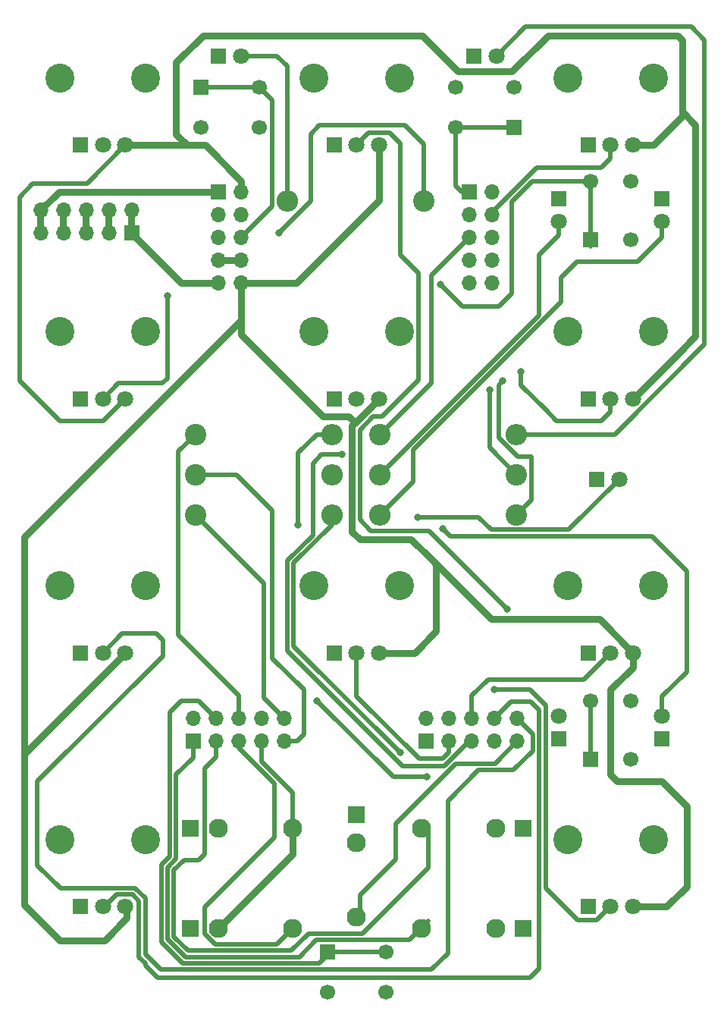
<source format=gbr>
%TF.GenerationSoftware,KiCad,Pcbnew,7.0.1*%
%TF.CreationDate,2023-10-25T20:50:29-07:00*%
%TF.ProjectId,daisy_ampsim_euro_pcb,64616973-795f-4616-9d70-73696d5f6575,rev?*%
%TF.SameCoordinates,Original*%
%TF.FileFunction,Copper,L1,Top*%
%TF.FilePolarity,Positive*%
%FSLAX46Y46*%
G04 Gerber Fmt 4.6, Leading zero omitted, Abs format (unit mm)*
G04 Created by KiCad (PCBNEW 7.0.1) date 2023-10-25 20:50:29*
%MOMM*%
%LPD*%
G01*
G04 APERTURE LIST*
%TA.AperFunction,ComponentPad*%
%ADD10C,2.400000*%
%TD*%
%TA.AperFunction,ComponentPad*%
%ADD11O,2.400000X2.400000*%
%TD*%
%TA.AperFunction,ComponentPad*%
%ADD12R,1.700000X1.700000*%
%TD*%
%TA.AperFunction,ComponentPad*%
%ADD13C,1.700000*%
%TD*%
%TA.AperFunction,ComponentPad*%
%ADD14R,1.800000X1.800000*%
%TD*%
%TA.AperFunction,ComponentPad*%
%ADD15C,1.800000*%
%TD*%
%TA.AperFunction,ComponentPad*%
%ADD16R,1.830000X1.930000*%
%TD*%
%TA.AperFunction,ComponentPad*%
%ADD17C,2.130000*%
%TD*%
%TA.AperFunction,ComponentPad*%
%ADD18C,3.240000*%
%TD*%
%TA.AperFunction,ComponentPad*%
%ADD19R,1.930000X1.830000*%
%TD*%
%TA.AperFunction,ComponentPad*%
%ADD20O,1.700000X1.700000*%
%TD*%
%TA.AperFunction,ViaPad*%
%ADD21C,0.800000*%
%TD*%
%TA.AperFunction,Conductor*%
%ADD22C,0.800000*%
%TD*%
%TA.AperFunction,Conductor*%
%ADD23C,0.500000*%
%TD*%
G04 APERTURE END LIST*
D10*
%TO.P,R1,1*%
%TO.N,A9*%
X87620000Y-63000000D03*
D11*
%TO.P,R1,2*%
%TO.N,Net-(D1-A)*%
X72380000Y-63000000D03*
%TD*%
D12*
%TO.P,SW2,1,1*%
%TO.N,D1*%
X97750000Y-54750000D03*
D13*
X91250000Y-54750000D03*
%TO.P,SW2,2,2*%
%TO.N,GND*%
X97750000Y-50250000D03*
X91250000Y-50250000D03*
%TD*%
D10*
%TO.P,R2,1*%
%TO.N,D3*%
X82750000Y-89000000D03*
D11*
%TO.P,R2,2*%
%TO.N,Net-(D2-A)*%
X97990000Y-89000000D03*
%TD*%
D14*
%TO.P,D7,1,K*%
%TO.N,GND*%
X102750000Y-123025000D03*
D15*
%TO.P,D7,2,A*%
%TO.N,Net-(D7-A)*%
X102750000Y-120485000D03*
%TD*%
D12*
%TO.P,SW1,1,1*%
%TO.N,A8*%
X62750000Y-50250000D03*
D13*
X69250000Y-50250000D03*
%TO.P,SW1,2,2*%
%TO.N,GND*%
X62750000Y-54750000D03*
X69250000Y-54750000D03*
%TD*%
D16*
%TO.P,J1,S*%
%TO.N,GND*%
X61600000Y-133000000D03*
D17*
%TO.P,J1,T*%
%TO.N,AUDIO_IN_LEFT*%
X73000000Y-133000000D03*
%TO.P,J1,TN*%
%TO.N,unconnected-(J1-PadTN)*%
X64700000Y-133000000D03*
%TD*%
D18*
%TO.P,RV3,*%
%TO.N,*%
X103700000Y-49225000D03*
X113300000Y-49225000D03*
D14*
%TO.P,RV3,1,1*%
%TO.N,GND*%
X106000000Y-56725000D03*
D15*
%TO.P,RV3,2,2*%
%TO.N,ADC_11*%
X108500000Y-56725000D03*
%TO.P,RV3,3,3*%
%TO.N,+3V3_OUT*%
X111000000Y-56725000D03*
%TD*%
D14*
%TO.P,D5,1,K*%
%TO.N,GND*%
X106975000Y-94000000D03*
D15*
%TO.P,D5,2,A*%
%TO.N,Net-(D5-A)*%
X109515000Y-94000000D03*
%TD*%
D10*
%TO.P,R7,1*%
%TO.N,B6*%
X62130000Y-98000000D03*
D11*
%TO.P,R7,2*%
%TO.N,Net-(D7-A)*%
X77370000Y-98000000D03*
%TD*%
D10*
%TO.P,R4,1*%
%TO.N,D5*%
X97990000Y-98000000D03*
D11*
%TO.P,R4,2*%
%TO.N,Net-(D4-A)*%
X82750000Y-98000000D03*
%TD*%
D18*
%TO.P,RV7,*%
%TO.N,*%
X47000000Y-105891666D03*
X56600000Y-105891666D03*
D14*
%TO.P,RV7,1,1*%
%TO.N,GND*%
X49300000Y-113391666D03*
D15*
%TO.P,RV7,2,2*%
%TO.N,CV_5*%
X51800000Y-113391666D03*
%TO.P,RV7,3,3*%
%TO.N,+5V_OUT*%
X54300000Y-113391666D03*
%TD*%
D16*
%TO.P,J6,S*%
%TO.N,GND*%
X98780000Y-144150000D03*
D17*
%TO.P,J6,T*%
%TO.N,AUDIO_OUT_RIGHT*%
X87380000Y-144150000D03*
%TO.P,J6,TN*%
%TO.N,unconnected-(J6-PadTN)*%
X95680000Y-144150000D03*
%TD*%
D18*
%TO.P,RV8,*%
%TO.N,*%
X75350000Y-105891666D03*
X84950000Y-105891666D03*
D14*
%TO.P,RV8,1,1*%
%TO.N,GND*%
X77650000Y-113391666D03*
D15*
%TO.P,RV8,2,2*%
%TO.N,CV_4*%
X80150000Y-113391666D03*
%TO.P,RV8,3,3*%
%TO.N,+5V_OUT*%
X82650000Y-113391666D03*
%TD*%
D14*
%TO.P,D4,1,K*%
%TO.N,GND*%
X114250000Y-62725000D03*
D15*
%TO.P,D4,2,A*%
%TO.N,Net-(D4-A)*%
X114250000Y-65265000D03*
%TD*%
D18*
%TO.P,RV11,*%
%TO.N,*%
X103700000Y-134225000D03*
X113300000Y-134225000D03*
D14*
%TO.P,RV11,1,1*%
%TO.N,GND*%
X106000000Y-141725000D03*
D15*
%TO.P,RV11,2,2*%
%TO.N,CV_8*%
X108500000Y-141725000D03*
%TO.P,RV11,3,3*%
%TO.N,+5V_OUT*%
X111000000Y-141725000D03*
%TD*%
D18*
%TO.P,RV2,*%
%TO.N,*%
X75350000Y-49225000D03*
X84950000Y-49225000D03*
D14*
%TO.P,RV2,1,1*%
%TO.N,GND*%
X77650000Y-56725000D03*
D15*
%TO.P,RV2,2,2*%
%TO.N,CV_2*%
X80150000Y-56725000D03*
%TO.P,RV2,3,3*%
%TO.N,+5V_OUT*%
X82650000Y-56725000D03*
%TD*%
D14*
%TO.P,D6,1,K*%
%TO.N,GND*%
X114250000Y-123025000D03*
D15*
%TO.P,D6,2,A*%
%TO.N,Net-(D6-A)*%
X114250000Y-120485000D03*
%TD*%
D18*
%TO.P,RV5,*%
%TO.N,*%
X75350000Y-77558333D03*
X84950000Y-77558333D03*
D14*
%TO.P,RV5,1,1*%
%TO.N,GND*%
X77650000Y-85058333D03*
D15*
%TO.P,RV5,2,2*%
%TO.N,CV_3*%
X80150000Y-85058333D03*
%TO.P,RV5,3,3*%
%TO.N,+5V_OUT*%
X82650000Y-85058333D03*
%TD*%
D14*
%TO.P,D1,1,K*%
%TO.N,GND*%
X64725000Y-46750000D03*
D15*
%TO.P,D1,2,A*%
%TO.N,Net-(D1-A)*%
X67265000Y-46750000D03*
%TD*%
D18*
%TO.P,RV10,*%
%TO.N,*%
X47000000Y-134225000D03*
X56600000Y-134225000D03*
D14*
%TO.P,RV10,1,1*%
%TO.N,GND*%
X49300000Y-141725000D03*
D15*
%TO.P,RV10,2,2*%
%TO.N,CV_6*%
X51800000Y-141725000D03*
%TO.P,RV10,3,3*%
%TO.N,+5V_OUT*%
X54300000Y-141725000D03*
%TD*%
D14*
%TO.P,D2,1,K*%
%TO.N,GND*%
X93225000Y-46750000D03*
D15*
%TO.P,D2,2,A*%
%TO.N,Net-(D2-A)*%
X95765000Y-46750000D03*
%TD*%
D18*
%TO.P,RV4,*%
%TO.N,*%
X47000000Y-77558333D03*
X56600000Y-77558333D03*
D14*
%TO.P,RV4,1,1*%
%TO.N,GND*%
X49300000Y-85058333D03*
D15*
%TO.P,RV4,2,2*%
%TO.N,A3*%
X51800000Y-85058333D03*
%TO.P,RV4,3,3*%
%TO.N,+3V3_OUT*%
X54300000Y-85058333D03*
%TD*%
D14*
%TO.P,D3,1,K*%
%TO.N,GND*%
X102750000Y-62725000D03*
D15*
%TO.P,D3,2,A*%
%TO.N,Net-(D3-A)*%
X102750000Y-65265000D03*
%TD*%
D16*
%TO.P,J2,S*%
%TO.N,GND*%
X61600000Y-144150000D03*
D17*
%TO.P,J2,T*%
%TO.N,AUDIO_IN_RIGHT*%
X73000000Y-144150000D03*
%TO.P,J2,TN*%
%TO.N,AUDIO_IN_LEFT*%
X64700000Y-144150000D03*
%TD*%
D10*
%TO.P,R3,1*%
%TO.N,D4*%
X97990000Y-93500000D03*
D11*
%TO.P,R3,2*%
%TO.N,Net-(D3-A)*%
X82750000Y-93500000D03*
%TD*%
D19*
%TO.P,J3,S*%
%TO.N,GND*%
X80150000Y-131464794D03*
D17*
%TO.P,J3,T*%
%TO.N,CV_1*%
X80150000Y-142864794D03*
%TO.P,J3,TN*%
%TO.N,unconnected-(J3-PadTN)*%
X80150000Y-134564794D03*
%TD*%
D18*
%TO.P,RV1,*%
%TO.N,*%
X47000000Y-49225000D03*
X56600000Y-49225000D03*
D14*
%TO.P,RV1,1,1*%
%TO.N,GND*%
X49300000Y-56725000D03*
D15*
%TO.P,RV1,2,2*%
%TO.N,A2*%
X51800000Y-56725000D03*
%TO.P,RV1,3,3*%
%TO.N,+3V3_OUT*%
X54300000Y-56725000D03*
%TD*%
D16*
%TO.P,J5,S*%
%TO.N,GND*%
X98780000Y-133000000D03*
D17*
%TO.P,J5,T*%
%TO.N,AUDIO_OUT_LEFT*%
X87380000Y-133000000D03*
%TO.P,J5,TN*%
%TO.N,unconnected-(J5-PadTN)*%
X95680000Y-133000000D03*
%TD*%
D18*
%TO.P,RV6,*%
%TO.N,*%
X103700000Y-77558333D03*
X113300000Y-77558333D03*
D14*
%TO.P,RV6,1,1*%
%TO.N,GND*%
X106000000Y-85058333D03*
D15*
%TO.P,RV6,2,2*%
%TO.N,ADC_12*%
X108500000Y-85058333D03*
%TO.P,RV6,3,3*%
%TO.N,+3V3_OUT*%
X111000000Y-85058333D03*
%TD*%
D12*
%TO.P,SW4,1,1*%
%TO.N,B10*%
X106250000Y-125250000D03*
D13*
X106250000Y-118750000D03*
%TO.P,SW4,2,2*%
%TO.N,GND*%
X110750000Y-125250000D03*
X110750000Y-118750000D03*
%TD*%
D10*
%TO.P,R6,1*%
%TO.N,B5*%
X62130000Y-93500000D03*
D11*
%TO.P,R6,2*%
%TO.N,Net-(D6-A)*%
X77370000Y-93500000D03*
%TD*%
D18*
%TO.P,RV9,*%
%TO.N,*%
X103700000Y-105891666D03*
X113300000Y-105891666D03*
D14*
%TO.P,RV9,1,1*%
%TO.N,GND*%
X106000000Y-113391666D03*
D15*
%TO.P,RV9,2,2*%
%TO.N,CV_7*%
X108500000Y-113391666D03*
%TO.P,RV9,3,3*%
%TO.N,+5V_OUT*%
X111000000Y-113391666D03*
%TD*%
D12*
%TO.P,SW3,1,1*%
%TO.N,D2*%
X106250000Y-67250000D03*
D13*
X106250000Y-60750000D03*
%TO.P,SW3,2,2*%
%TO.N,GND*%
X110750000Y-67250000D03*
X110750000Y-60750000D03*
%TD*%
D12*
%TO.P,SW5,1,1*%
%TO.N,B9*%
X76900000Y-146750000D03*
D13*
X83400000Y-146750000D03*
%TO.P,SW5,2,2*%
%TO.N,GND*%
X76900000Y-151250000D03*
X83400000Y-151250000D03*
%TD*%
D10*
%TO.P,R5,1*%
%TO.N,B8*%
X62130000Y-89000000D03*
D11*
%TO.P,R5,2*%
%TO.N,Net-(D5-A)*%
X77370000Y-89000000D03*
%TD*%
D12*
%TO.P,J_D1,1,Pin_1*%
%TO.N,D1*%
X92730000Y-61920000D03*
D20*
%TO.P,J_D1,2,Pin_2*%
%TO.N,D10*%
X95270000Y-61920000D03*
%TO.P,J_D1,3,Pin_3*%
%TO.N,D2*%
X92730000Y-64460000D03*
%TO.P,J_D1,4,Pin_4*%
%TO.N,ADC_11*%
X95270000Y-64460000D03*
%TO.P,J_D1,5,Pin_5*%
%TO.N,D3*%
X92730000Y-67000000D03*
%TO.P,J_D1,6,Pin_6*%
%TO.N,ADC_12*%
X95270000Y-67000000D03*
%TO.P,J_D1,7,Pin_7*%
%TO.N,D4*%
X92730000Y-69540000D03*
%TO.P,J_D1,8,Pin_8*%
%TO.N,D7*%
X95270000Y-69540000D03*
%TO.P,J_D1,9,Pin_9*%
%TO.N,D5*%
X92730000Y-72080000D03*
%TO.P,J_D1,10,Pin_10*%
%TO.N,D6*%
X95270000Y-72080000D03*
%TD*%
D12*
%TO.P,J_B1,1,Pin_1*%
%TO.N,AUDIO_OUT_RIGHT*%
X61920000Y-123270000D03*
D20*
%TO.P,J_B1,2,Pin_2*%
%TO.N,B10*%
X61920000Y-120730000D03*
%TO.P,J_B1,3,Pin_3*%
%TO.N,AUDIO_OUT_LEFT*%
X64460000Y-123270000D03*
%TO.P,J_B1,4,Pin_4*%
%TO.N,B9*%
X64460000Y-120730000D03*
%TO.P,J_B1,5,Pin_5*%
%TO.N,AUDIO_IN_RIGHT*%
X67000000Y-123270000D03*
%TO.P,J_B1,6,Pin_6*%
%TO.N,B8*%
X67000000Y-120730000D03*
%TO.P,J_B1,7,Pin_7*%
%TO.N,AUDIO_IN_LEFT*%
X69540000Y-123270000D03*
%TO.P,J_B1,8,Pin_8*%
%TO.N,B7*%
X69540000Y-120730000D03*
%TO.P,J_B1,9,Pin_9*%
%TO.N,B5*%
X72080000Y-123270000D03*
%TO.P,J_B1,10,Pin_10*%
%TO.N,B6*%
X72080000Y-120730000D03*
%TD*%
D12*
%TO.P,J4,1,+12V*%
%TO.N,+12V_IN*%
X55080000Y-66540000D03*
D20*
%TO.P,J4,2,+12V*%
X55080000Y-64000000D03*
%TO.P,J4,3,GND*%
%TO.N,GND*%
X52540000Y-66540000D03*
%TO.P,J4,4,GND*%
X52540000Y-64000000D03*
%TO.P,J4,5,GND*%
X50000000Y-66540000D03*
%TO.P,J4,6,GND*%
X50000000Y-64000000D03*
%TO.P,J4,7,GND*%
X47460000Y-66540000D03*
%TO.P,J4,8,GND*%
X47460000Y-64000000D03*
%TO.P,J4,9,-12V*%
%TO.N,-12V_IN*%
X44920000Y-66540000D03*
%TO.P,J4,10,-12V*%
X44920000Y-64000000D03*
%TD*%
D12*
%TO.P,J_A1,1,Pin_1*%
%TO.N,-12V_IN*%
X64730000Y-61920000D03*
D20*
%TO.P,J_A1,2,Pin_2*%
%TO.N,+3V3_OUT*%
X67270000Y-61920000D03*
%TO.P,J_A1,3,Pin_3*%
%TO.N,A2*%
X64730000Y-64460000D03*
%TO.P,J_A1,4,Pin_4*%
%TO.N,A9*%
X67270000Y-64460000D03*
%TO.P,J_A1,5,Pin_5*%
%TO.N,A3*%
X64730000Y-67000000D03*
%TO.P,J_A1,6,Pin_6*%
%TO.N,A8*%
X67270000Y-67000000D03*
%TO.P,J_A1,7,Pin_7*%
%TO.N,GND*%
X64730000Y-69540000D03*
%TO.P,J_A1,8,Pin_8*%
X67270000Y-69540000D03*
%TO.P,J_A1,9,Pin_9*%
%TO.N,+12V_IN*%
X64730000Y-72080000D03*
%TO.P,J_A1,10,Pin_10*%
%TO.N,+5V_OUT*%
X67270000Y-72080000D03*
%TD*%
D12*
%TO.P,J_C1,1,Pin_1*%
%TO.N,CV_OUT_2*%
X87920000Y-123270000D03*
D20*
%TO.P,J_C1,2,Pin_2*%
%TO.N,CV_OUT_1*%
X87920000Y-120730000D03*
%TO.P,J_C1,3,Pin_3*%
%TO.N,CV_4*%
X90460000Y-123270000D03*
%TO.P,J_C1,4,Pin_4*%
%TO.N,CV_8*%
X90460000Y-120730000D03*
%TO.P,J_C1,5,Pin_5*%
%TO.N,CV_3*%
X93000000Y-123270000D03*
%TO.P,J_C1,6,Pin_6*%
%TO.N,CV_7*%
X93000000Y-120730000D03*
%TO.P,J_C1,7,Pin_7*%
%TO.N,CV_2*%
X95540000Y-123270000D03*
%TO.P,J_C1,8,Pin_8*%
%TO.N,CV_6*%
X95540000Y-120730000D03*
%TO.P,J_C1,9,Pin_9*%
%TO.N,CV_1*%
X98080000Y-123270000D03*
%TO.P,J_C1,10,Pin_10*%
%TO.N,CV_5*%
X98080000Y-120730000D03*
%TD*%
D21*
%TO.N,A9*%
X71500000Y-66500000D03*
%TO.N,A3*%
X59000000Y-73500000D03*
%TO.N,B10*%
X75750000Y-118750000D03*
X88000000Y-127250000D03*
%TO.N,CV_8*%
X95500000Y-117500000D03*
%TO.N,CV_3*%
X78500000Y-91250000D03*
%TO.N,CV_2*%
X97000000Y-108500000D03*
%TO.N,D2*%
X89500000Y-72250000D03*
%TO.N,D4*%
X95000000Y-84000000D03*
%TO.N,Net-(D5-A)*%
X87000000Y-98250000D03*
X73574511Y-99133892D03*
%TO.N,Net-(D6-A)*%
X89750000Y-99500000D03*
%TO.N,Net-(D7-A)*%
X85000000Y-124500000D03*
%TO.N,ADC_12*%
X98500000Y-82000000D03*
%TO.N,D5*%
X96500000Y-83000000D03*
%TD*%
D22*
%TO.N,-12V_IN*%
X44840000Y-66540000D02*
X44840000Y-64000000D01*
X46920000Y-61920000D02*
X64730000Y-61920000D01*
X44840000Y-64000000D02*
X46920000Y-61920000D01*
%TO.N,+3V3_OUT*%
X118000000Y-78058334D02*
X116029167Y-80029167D01*
X113275000Y-56725000D02*
X111000000Y-56725000D01*
X116029167Y-80029167D02*
X111000000Y-85058333D01*
D23*
X44000000Y-61000000D02*
X42500000Y-62500000D01*
D22*
X116500000Y-53000000D02*
X116500000Y-53500000D01*
X67270000Y-61920000D02*
X67270000Y-60717919D01*
X116500000Y-45000000D02*
X116500000Y-53000000D01*
X116500000Y-53500000D02*
X113275000Y-56725000D01*
X63277081Y-56725000D02*
X54300000Y-56725000D01*
X101500000Y-44500000D02*
X116000000Y-44500000D01*
X118000000Y-54500000D02*
X118000000Y-78058334D01*
D23*
X54300000Y-56725000D02*
X50025000Y-61000000D01*
X62075000Y-56725000D02*
X54300000Y-56725000D01*
D22*
X116000000Y-44500000D02*
X116500000Y-45000000D01*
X91500000Y-48500000D02*
X97500000Y-48500000D01*
X63277081Y-56725000D02*
X61225000Y-56725000D01*
X61225000Y-56725000D02*
X60000000Y-55500000D01*
D23*
X42500000Y-62500000D02*
X42500000Y-83000000D01*
D22*
X67270000Y-60717919D02*
X63277081Y-56725000D01*
X60000000Y-55500000D02*
X60000000Y-47500000D01*
D23*
X51858333Y-87500000D02*
X54300000Y-85058333D01*
X42500000Y-83000000D02*
X47000000Y-87500000D01*
D22*
X63000000Y-44500000D02*
X87500000Y-44500000D01*
D23*
X50025000Y-61000000D02*
X44000000Y-61000000D01*
D22*
X116500000Y-53000000D02*
X118000000Y-54500000D01*
X97500000Y-48500000D02*
X101500000Y-44500000D01*
X60000000Y-47500000D02*
X63000000Y-44500000D01*
X87500000Y-44500000D02*
X91500000Y-48500000D01*
D23*
X47000000Y-87500000D02*
X51858333Y-87500000D01*
%TO.N,A9*%
X76000000Y-54500000D02*
X85500000Y-54500000D01*
X75000000Y-63000000D02*
X75000000Y-55500000D01*
X85500000Y-54500000D02*
X87620000Y-56620000D01*
X75000000Y-55500000D02*
X76000000Y-54500000D01*
X71500000Y-66500000D02*
X75000000Y-63000000D01*
X87620000Y-56620000D02*
X87620000Y-63000000D01*
%TO.N,A3*%
X59000000Y-73500000D02*
X59000000Y-82750000D01*
X51800000Y-85058333D02*
X53554166Y-83304166D01*
X59000000Y-82750000D02*
X58445834Y-83304166D01*
X58445834Y-83304166D02*
X53554166Y-83304166D01*
%TO.N,A8*%
X70730000Y-51730000D02*
X70730000Y-63540000D01*
X69250000Y-50250000D02*
X70730000Y-51730000D01*
X62750000Y-50250000D02*
X69250000Y-50250000D01*
X70730000Y-63540000D02*
X67270000Y-67000000D01*
D22*
%TO.N,+12V_IN*%
X60540000Y-72080000D02*
X55000000Y-66540000D01*
X60540000Y-72080000D02*
X64730000Y-72080000D01*
X55000000Y-64000000D02*
X55000000Y-66540000D01*
%TO.N,+5V_OUT*%
X80500000Y-100750000D02*
X79650499Y-99900499D01*
X79650499Y-99900499D02*
X79650499Y-88057834D01*
X43000000Y-100500000D02*
X67270000Y-76230000D01*
X111000000Y-113391666D02*
X107258833Y-109650499D01*
X107258833Y-109650499D02*
X96500000Y-109650499D01*
X109250000Y-127750000D02*
X114250000Y-127750000D01*
X117000000Y-139500000D02*
X114775000Y-141725000D01*
X111000000Y-113391666D02*
X111000000Y-115000000D01*
X73420000Y-72080000D02*
X72500000Y-72080000D01*
X79650499Y-88057834D02*
X80000000Y-87708333D01*
X67270000Y-76230000D02*
X67270000Y-72080000D01*
X108500000Y-127000000D02*
X109250000Y-127750000D01*
X89000000Y-107391666D02*
X89000000Y-111000000D01*
X82650000Y-56725000D02*
X82650000Y-62850000D01*
X72500000Y-72080000D02*
X67270000Y-72080000D01*
X47000000Y-145500000D02*
X43000000Y-141500000D01*
X52000000Y-145500000D02*
X47000000Y-145500000D01*
X82650000Y-62850000D02*
X73420000Y-72080000D01*
X67270000Y-72080000D02*
X67270000Y-77845585D01*
X86608334Y-113391666D02*
X83000000Y-113391666D01*
X79291667Y-87000000D02*
X80000000Y-87708333D01*
X117000000Y-130500000D02*
X117000000Y-139500000D01*
X114250000Y-127750000D02*
X117000000Y-130500000D01*
X86250000Y-100750000D02*
X80500000Y-100750000D01*
X54500000Y-143000000D02*
X52000000Y-145500000D01*
X54300000Y-113391666D02*
X43000000Y-124691666D01*
X82650000Y-85058333D02*
X80000000Y-87708333D01*
X114775000Y-141725000D02*
X111000000Y-141725000D01*
X95150499Y-109650499D02*
X88375000Y-102875000D01*
X88375000Y-102875000D02*
X86250000Y-100750000D01*
X89000000Y-103500000D02*
X89000000Y-107391666D01*
X89000000Y-111000000D02*
X86608334Y-113391666D01*
X108500000Y-117500000D02*
X108500000Y-127000000D01*
X54500000Y-141725000D02*
X54500000Y-143000000D01*
X43000000Y-141500000D02*
X43000000Y-125500000D01*
X111000000Y-115000000D02*
X108500000Y-117500000D01*
X88375000Y-102875000D02*
X89000000Y-103500000D01*
X43000000Y-125500000D02*
X43000000Y-124000000D01*
X43000000Y-124000000D02*
X43000000Y-100500000D01*
X96500000Y-109650499D02*
X95150499Y-109650499D01*
X67270000Y-77845585D02*
X76424415Y-87000000D01*
X76424415Y-87000000D02*
X79291667Y-87000000D01*
D23*
%TO.N,AUDIO_OUT_RIGHT*%
X60000000Y-136390756D02*
X59050499Y-137340257D01*
X60000000Y-127000000D02*
X61920000Y-125080000D01*
X60000000Y-127000000D02*
X60000000Y-136390756D01*
X88144165Y-143348813D02*
X86044475Y-145448503D01*
X59050499Y-145369743D02*
X61031754Y-147350998D01*
X86044475Y-145448503D02*
X75652495Y-145448503D01*
X61920000Y-125080000D02*
X61920000Y-123270000D01*
X59050499Y-137340257D02*
X59050499Y-145369743D01*
X61031754Y-147350998D02*
X73750000Y-147350998D01*
X75652495Y-145448503D02*
X73750000Y-147350998D01*
%TO.N,B10*%
X84250000Y-127250000D02*
X75750000Y-118750000D01*
X84250000Y-127250000D02*
X88000000Y-127250000D01*
X106250000Y-125250000D02*
X106250000Y-118750000D01*
%TO.N,AUDIO_OUT_LEFT*%
X88144165Y-133000000D02*
X88144165Y-137363163D01*
X63185000Y-135815000D02*
X63185000Y-127250000D01*
X72848503Y-146651497D02*
X61321497Y-146651497D01*
X64460000Y-125040000D02*
X64460000Y-123270000D01*
X61321497Y-146651497D02*
X59750000Y-145080000D01*
X63185000Y-126315000D02*
X64460000Y-125040000D01*
X59750000Y-137630000D02*
X60880000Y-136500000D01*
X80758326Y-144749002D02*
X74750998Y-144749002D01*
X60880000Y-136500000D02*
X62500000Y-136500000D01*
X63185000Y-127250000D02*
X63185000Y-126315000D01*
X74750998Y-144749002D02*
X72848503Y-146651497D01*
X88144165Y-137363163D02*
X80758326Y-144749002D01*
X62500000Y-136500000D02*
X63185000Y-135815000D01*
X59750000Y-145080000D02*
X59750000Y-137630000D01*
%TO.N,B9*%
X75949501Y-148050499D02*
X77250000Y-146750000D01*
X83750000Y-146750000D02*
X77250000Y-146750000D01*
X59300499Y-120000000D02*
X60550499Y-118750000D01*
X58350998Y-137050514D02*
X58350998Y-145659486D01*
X62480000Y-118750000D02*
X64460000Y-120730000D01*
X59300499Y-120000000D02*
X59300499Y-136101013D01*
X58350998Y-145659486D02*
X60742011Y-148050499D01*
X60742011Y-148050499D02*
X75949501Y-148050499D01*
X59300499Y-136101013D02*
X58350998Y-137050514D01*
X60550499Y-118750000D02*
X62480000Y-118750000D01*
%TO.N,AUDIO_IN_RIGHT*%
X71000000Y-134000000D02*
X71000000Y-127964244D01*
X63185000Y-144777534D02*
X63185000Y-141815000D01*
X64359462Y-145951996D02*
X63185000Y-144777534D01*
X71198004Y-145951996D02*
X64359462Y-145951996D01*
X63185000Y-141815000D02*
X71000000Y-134000000D01*
X71000000Y-127964244D02*
X67000000Y-123964244D01*
X73000000Y-144150000D02*
X71198004Y-145951996D01*
%TO.N,B8*%
X60230000Y-90900000D02*
X62130000Y-89000000D01*
X60230000Y-111420000D02*
X67000000Y-118190000D01*
X60230000Y-92500000D02*
X60230000Y-90900000D01*
X60230000Y-92500000D02*
X60230000Y-111420000D01*
X67000000Y-118190000D02*
X67000000Y-120730000D01*
%TO.N,AUDIO_IN_LEFT*%
X69540000Y-125515000D02*
X73000000Y-128975000D01*
X73000000Y-128975000D02*
X73000000Y-133000000D01*
D22*
X73000000Y-135850000D02*
X64700000Y-144150000D01*
D23*
X69540000Y-125515000D02*
X69540000Y-123270000D01*
D22*
X73000000Y-133000000D02*
X73000000Y-135850000D01*
D23*
%TO.N,B5*%
X74250000Y-117500000D02*
X74250000Y-122500000D01*
X73480000Y-123270000D02*
X72080000Y-123270000D01*
X74250000Y-122500000D02*
X73480000Y-123270000D01*
X70750000Y-114000000D02*
X74250000Y-117500000D01*
X70750000Y-97510756D02*
X70750000Y-114000000D01*
X66739244Y-93500000D02*
X70750000Y-97510756D01*
X62130000Y-93500000D02*
X66739244Y-93500000D01*
%TO.N,B6*%
X69750000Y-118400000D02*
X72080000Y-120730000D01*
X69750000Y-105620000D02*
X69750000Y-118400000D01*
X62130000Y-98000000D02*
X69750000Y-105620000D01*
%TO.N,CV_4*%
X80150000Y-118220500D02*
X87109001Y-125179501D01*
X90429501Y-124500000D02*
X90460000Y-124500000D01*
X80150000Y-113391666D02*
X80150000Y-118220500D01*
X87109001Y-125179501D02*
X89750000Y-125179501D01*
X90460000Y-124500000D02*
X90460000Y-123270000D01*
X89750000Y-125179501D02*
X90429501Y-124500000D01*
%TO.N,CV_8*%
X101250000Y-139675000D02*
X104825000Y-143250000D01*
X99500000Y-117500000D02*
X101250000Y-119250000D01*
X104825000Y-143250000D02*
X106975000Y-143250000D01*
X95500000Y-117500000D02*
X99500000Y-117500000D01*
X106975000Y-143250000D02*
X108500000Y-141725000D01*
X101250000Y-119250000D02*
X101250000Y-139675000D01*
%TO.N,CV_3*%
X92740756Y-123270000D02*
X89960257Y-126050499D01*
X89960257Y-126050499D02*
X85311255Y-126050499D01*
X76250000Y-91250000D02*
X78500000Y-91250000D01*
X75250000Y-92250000D02*
X76250000Y-91250000D01*
X72430499Y-113169743D02*
X72430499Y-103080257D01*
X93000000Y-123270000D02*
X92740756Y-123270000D01*
X75250000Y-100260756D02*
X75250000Y-92250000D01*
X85311255Y-126050499D02*
X72430499Y-113169743D01*
X72430499Y-103080257D02*
X75250000Y-100260756D01*
%TO.N,CV_7*%
X108500000Y-113391666D02*
X105546666Y-116345000D01*
X93000000Y-118190000D02*
X93000000Y-120730000D01*
X94845000Y-116345000D02*
X93000000Y-118190000D01*
X105546666Y-116345000D02*
X94845000Y-116345000D01*
%TO.N,CV_2*%
X80500000Y-88500000D02*
X80500000Y-98500000D01*
X82000000Y-87000000D02*
X80500000Y-88500000D01*
X80150000Y-56725000D02*
X81500000Y-55375000D01*
X88250000Y-99750000D02*
X97000000Y-108500000D01*
X83875000Y-55375000D02*
X85000000Y-56500000D01*
X87020000Y-71020000D02*
X87020000Y-82980000D01*
X83000000Y-87000000D02*
X82000000Y-87000000D01*
X85000000Y-69000000D02*
X87020000Y-71020000D01*
X81500000Y-55375000D02*
X83875000Y-55375000D01*
X87020000Y-82980000D02*
X83000000Y-87000000D01*
X80500000Y-98500000D02*
X81750000Y-99750000D01*
X85000000Y-56500000D02*
X85000000Y-69000000D01*
X81750000Y-99750000D02*
X88250000Y-99750000D01*
%TO.N,CV_6*%
X57960257Y-149699501D02*
X56550499Y-148289743D01*
X100550499Y-119789743D02*
X100550499Y-148649002D01*
X55850000Y-141100000D02*
X55125000Y-140375000D01*
X95540000Y-120730000D02*
X97400378Y-118869622D01*
X56550499Y-148289743D02*
X56550499Y-148039743D01*
X55850000Y-147339244D02*
X55850000Y-141100000D01*
X56550499Y-148039743D02*
X55850000Y-147339244D01*
X53350000Y-140375000D02*
X52000000Y-141725000D01*
X99500000Y-149699501D02*
X57960257Y-149699501D01*
X99630378Y-118869622D02*
X100550499Y-119789743D01*
X97400378Y-118869622D02*
X99630378Y-118869622D01*
X55125000Y-140375000D02*
X53350000Y-140375000D01*
X100550499Y-148649002D02*
X99500000Y-149699501D01*
%TO.N,CV_1*%
X80500000Y-140420083D02*
X80500000Y-142864794D01*
X91250000Y-125750000D02*
X84500000Y-132500000D01*
X84500000Y-132500000D02*
X84500000Y-136420083D01*
X95600000Y-125750000D02*
X98080000Y-123270000D01*
X91250000Y-125750000D02*
X95600000Y-125750000D01*
X84500000Y-136420083D02*
X80500000Y-140420083D01*
%TO.N,CV_5*%
X58250499Y-148750499D02*
X88499501Y-148750499D01*
X44500000Y-137100998D02*
X47074501Y-139675499D01*
X44500000Y-127750000D02*
X44500000Y-137100998D01*
X51800000Y-113391666D02*
X53941666Y-111250000D01*
X93750000Y-126500000D02*
X97680484Y-126500000D01*
X97680484Y-126500000D02*
X99850998Y-124329486D01*
X53941666Y-111250000D02*
X57750000Y-111250000D01*
X88499501Y-148750499D02*
X90324239Y-146925761D01*
X90324239Y-146925761D02*
X90324239Y-129925761D01*
X58500000Y-112000000D02*
X58500000Y-113750000D01*
X99850998Y-124329486D02*
X99850998Y-122500998D01*
X56549501Y-147049501D02*
X58250499Y-148750499D01*
X58500000Y-113750000D02*
X44500000Y-127750000D01*
X99850998Y-122500998D02*
X98080000Y-120730000D01*
X90324239Y-129925761D02*
X93750000Y-126500000D01*
X55425499Y-139675499D02*
X56549501Y-140799501D01*
X47074501Y-139675499D02*
X55425499Y-139675499D01*
X56549501Y-140799501D02*
X56549501Y-147049501D01*
X57750000Y-111250000D02*
X58500000Y-112000000D01*
%TO.N,D1*%
X91920000Y-61920000D02*
X92730000Y-61920000D01*
X91250000Y-61250000D02*
X91920000Y-61920000D01*
X91250000Y-54750000D02*
X91250000Y-61250000D01*
X91250000Y-54750000D02*
X97750000Y-54750000D01*
%TO.N,D2*%
X106250000Y-68000000D02*
X106250000Y-61500000D01*
X97500000Y-63025000D02*
X99775000Y-60750000D01*
X99775000Y-60750000D02*
X105500000Y-60750000D01*
X89500000Y-72250000D02*
X92000000Y-74750000D01*
X92000000Y-74750000D02*
X96000000Y-74750000D01*
X105500000Y-60750000D02*
X106250000Y-61500000D01*
X97500000Y-73250000D02*
X97500000Y-63025000D01*
X96000000Y-74750000D02*
X97500000Y-73250000D01*
%TO.N,Net-(D1-A)*%
X71250000Y-46750000D02*
X67265000Y-46750000D01*
X72380000Y-63000000D02*
X72380000Y-47880000D01*
X72380000Y-47880000D02*
X71250000Y-46750000D01*
%TO.N,Net-(D2-A)*%
X99015000Y-43500000D02*
X95765000Y-46750000D01*
X97990000Y-89000000D02*
X109000000Y-89000000D01*
X119000000Y-45000000D02*
X117500000Y-43500000D01*
X117500000Y-43500000D02*
X100500000Y-43500000D01*
X100500000Y-43500000D02*
X99015000Y-43500000D01*
X109000000Y-89000000D02*
X119000000Y-79000000D01*
X119000000Y-79000000D02*
X119000000Y-45000000D01*
%TO.N,D4*%
X97990000Y-93500000D02*
X95000000Y-90510000D01*
X95000000Y-90510000D02*
X95000000Y-84000000D01*
%TO.N,Net-(D3-A)*%
X82750000Y-93500000D02*
X100500000Y-75750000D01*
X100500000Y-75750000D02*
X100500000Y-69000000D01*
X100500000Y-69000000D02*
X102750000Y-66750000D01*
X102750000Y-66750000D02*
X102750000Y-65265000D01*
%TO.N,Net-(D4-A)*%
X103000000Y-73000000D02*
X103000000Y-71500000D01*
X103000000Y-74239950D02*
X86500000Y-90739950D01*
X111500000Y-69750000D02*
X104750000Y-69750000D01*
X111500000Y-69750000D02*
X114250000Y-67000000D01*
X103000000Y-71500000D02*
X104750000Y-69750000D01*
X114250000Y-67000000D02*
X114250000Y-65790000D01*
X86500000Y-94250000D02*
X82750000Y-98000000D01*
X86500000Y-90739950D02*
X86500000Y-94250000D01*
X103000000Y-73000000D02*
X103000000Y-74239950D01*
%TO.N,Net-(D5-A)*%
X109515000Y-94000000D02*
X103865000Y-99650000D01*
X75672944Y-89000000D02*
X73574511Y-91098433D01*
X95150000Y-99650000D02*
X93750000Y-98250000D01*
X103865000Y-99650000D02*
X95150000Y-99650000D01*
X93750000Y-98250000D02*
X87000000Y-98250000D01*
X77370000Y-89000000D02*
X75672944Y-89000000D01*
X73574511Y-91098433D02*
X73574511Y-99133892D01*
%TO.N,Net-(D6-A)*%
X113099501Y-100349501D02*
X117000000Y-104250000D01*
X117000000Y-115500000D02*
X114250000Y-118250000D01*
X90599501Y-100349501D02*
X113099501Y-100349501D01*
X89750000Y-99500000D02*
X90125000Y-99875000D01*
X114250000Y-118250000D02*
X114250000Y-120735000D01*
X117000000Y-104250000D02*
X117000000Y-115500000D01*
X90125000Y-99875000D02*
X90599501Y-100349501D01*
%TO.N,Net-(D7-A)*%
X77370000Y-99130000D02*
X73130000Y-103370000D01*
X77370000Y-98000000D02*
X77370000Y-99130000D01*
X73130000Y-103370000D02*
X73130000Y-112630000D01*
X73130000Y-112630000D02*
X85000000Y-124500000D01*
%TO.N,ADC_11*%
X108500000Y-58250000D02*
X107500000Y-59250000D01*
X107500000Y-59250000D02*
X100285756Y-59250000D01*
X95270000Y-64265756D02*
X95270000Y-64460000D01*
X100285756Y-59250000D02*
X95270000Y-64265756D01*
X108500000Y-56725000D02*
X108500000Y-58250000D01*
%TO.N,ADC_12*%
X108500000Y-86500000D02*
X108500000Y-85058333D01*
X101250000Y-86250000D02*
X102500000Y-87500000D01*
X101250000Y-86250000D02*
X98500000Y-83500000D01*
X107500000Y-87500000D02*
X108500000Y-86500000D01*
X98500000Y-83500000D02*
X98500000Y-82000000D01*
X102500000Y-87500000D02*
X107500000Y-87500000D01*
%TO.N,D5*%
X98156547Y-91500000D02*
X96000000Y-89343453D01*
X97990000Y-98000000D02*
X99640000Y-96350000D01*
X99640000Y-96350000D02*
X99640000Y-91500000D01*
X99640000Y-91500000D02*
X98156547Y-91500000D01*
X96000000Y-89343453D02*
X96000000Y-83500000D01*
X96000000Y-83500000D02*
X96500000Y-83000000D01*
D22*
%TO.N,GND*%
X52460000Y-64000000D02*
X52460000Y-66540000D01*
X64730000Y-69540000D02*
X67270000Y-69540000D01*
X49920000Y-66540000D02*
X49920000Y-64000000D01*
X47380000Y-64000000D02*
X47380000Y-66540000D01*
D23*
%TO.N,D3*%
X88500000Y-71230000D02*
X88500000Y-83250000D01*
X88500000Y-83250000D02*
X82750000Y-89000000D01*
X92730000Y-67000000D02*
X88500000Y-71230000D01*
%TD*%
M02*

</source>
